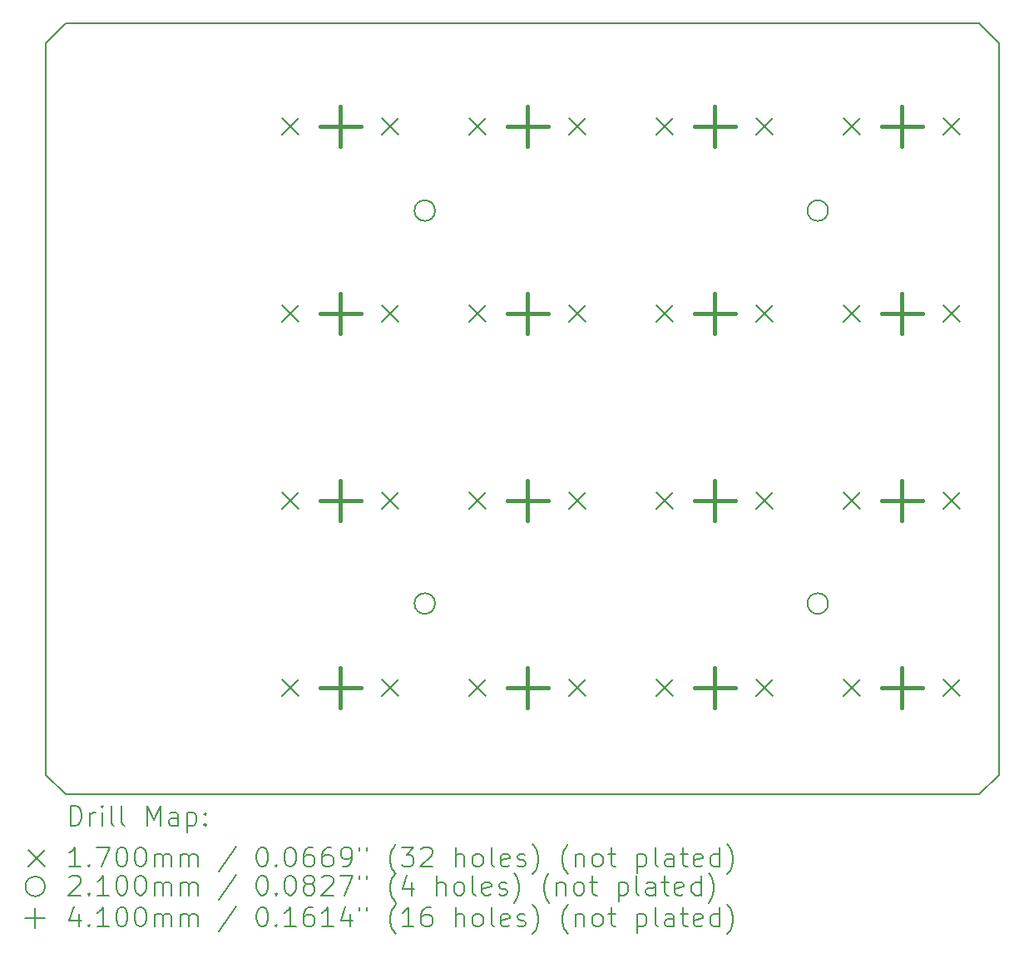
<source format=gbr>
%FSLAX45Y45*%
G04 Gerber Fmt 4.5, Leading zero omitted, Abs format (unit mm)*
G04 Created by KiCad (PCBNEW (6.0.1)) date 2022-02-09 09:53:43*
%MOMM*%
%LPD*%
G01*
G04 APERTURE LIST*
%TA.AperFunction,Profile*%
%ADD10C,0.152400*%
%TD*%
%ADD11C,0.200000*%
%ADD12C,0.170000*%
%ADD13C,0.210000*%
%ADD14C,0.410000*%
G04 APERTURE END LIST*
D10*
X19700110Y-6775360D02*
X19500110Y-6575360D01*
X10000110Y-6775360D02*
X10000110Y-14225360D01*
X10200110Y-6575360D02*
X10000110Y-6775360D01*
X10000110Y-14225360D02*
X10200110Y-14425360D01*
X19700110Y-14225360D02*
X19700110Y-6775360D01*
X19500110Y-14425360D02*
X19700110Y-14225360D01*
X19500110Y-6575360D02*
X10200110Y-6575360D01*
X10200110Y-14425360D02*
X19500110Y-14425360D01*
D11*
D12*
X12407110Y-7540360D02*
X12577110Y-7710360D01*
X12577110Y-7540360D02*
X12407110Y-7710360D01*
X12407110Y-9445360D02*
X12577110Y-9615360D01*
X12577110Y-9445360D02*
X12407110Y-9615360D01*
X12407110Y-11350360D02*
X12577110Y-11520360D01*
X12577110Y-11350360D02*
X12407110Y-11520360D01*
X12407110Y-13255720D02*
X12577110Y-13425720D01*
X12577110Y-13255720D02*
X12407110Y-13425720D01*
X13423110Y-7540360D02*
X13593110Y-7710360D01*
X13593110Y-7540360D02*
X13423110Y-7710360D01*
X13423110Y-9445360D02*
X13593110Y-9615360D01*
X13593110Y-9445360D02*
X13423110Y-9615360D01*
X13423110Y-11350360D02*
X13593110Y-11520360D01*
X13593110Y-11350360D02*
X13423110Y-11520360D01*
X13423110Y-13255720D02*
X13593110Y-13425720D01*
X13593110Y-13255720D02*
X13423110Y-13425720D01*
X14312110Y-7540360D02*
X14482110Y-7710360D01*
X14482110Y-7540360D02*
X14312110Y-7710360D01*
X14312110Y-9445360D02*
X14482110Y-9615360D01*
X14482110Y-9445360D02*
X14312110Y-9615360D01*
X14312110Y-11350360D02*
X14482110Y-11520360D01*
X14482110Y-11350360D02*
X14312110Y-11520360D01*
X14312110Y-13255360D02*
X14482110Y-13425360D01*
X14482110Y-13255360D02*
X14312110Y-13425360D01*
X15328110Y-7540360D02*
X15498110Y-7710360D01*
X15498110Y-7540360D02*
X15328110Y-7710360D01*
X15328110Y-9445360D02*
X15498110Y-9615360D01*
X15498110Y-9445360D02*
X15328110Y-9615360D01*
X15328110Y-11350360D02*
X15498110Y-11520360D01*
X15498110Y-11350360D02*
X15328110Y-11520360D01*
X15328110Y-13255360D02*
X15498110Y-13425360D01*
X15498110Y-13255360D02*
X15328110Y-13425360D01*
X16217110Y-7540360D02*
X16387110Y-7710360D01*
X16387110Y-7540360D02*
X16217110Y-7710360D01*
X16217110Y-9445360D02*
X16387110Y-9615360D01*
X16387110Y-9445360D02*
X16217110Y-9615360D01*
X16217110Y-11350360D02*
X16387110Y-11520360D01*
X16387110Y-11350360D02*
X16217110Y-11520360D01*
X16217110Y-13255360D02*
X16387110Y-13425360D01*
X16387110Y-13255360D02*
X16217110Y-13425360D01*
X17233110Y-7540360D02*
X17403110Y-7710360D01*
X17403110Y-7540360D02*
X17233110Y-7710360D01*
X17233110Y-9445360D02*
X17403110Y-9615360D01*
X17403110Y-9445360D02*
X17233110Y-9615360D01*
X17233110Y-11350360D02*
X17403110Y-11520360D01*
X17403110Y-11350360D02*
X17233110Y-11520360D01*
X17233110Y-13255360D02*
X17403110Y-13425360D01*
X17403110Y-13255360D02*
X17233110Y-13425360D01*
X18122110Y-7540360D02*
X18292110Y-7710360D01*
X18292110Y-7540360D02*
X18122110Y-7710360D01*
X18122110Y-9445360D02*
X18292110Y-9615360D01*
X18292110Y-9445360D02*
X18122110Y-9615360D01*
X18122110Y-11350360D02*
X18292110Y-11520360D01*
X18292110Y-11350360D02*
X18122110Y-11520360D01*
X18122110Y-13255720D02*
X18292110Y-13425720D01*
X18292110Y-13255720D02*
X18122110Y-13425720D01*
X19138110Y-7540360D02*
X19308110Y-7710360D01*
X19308110Y-7540360D02*
X19138110Y-7710360D01*
X19138110Y-9445360D02*
X19308110Y-9615360D01*
X19308110Y-9445360D02*
X19138110Y-9615360D01*
X19138110Y-11350360D02*
X19308110Y-11520360D01*
X19308110Y-11350360D02*
X19138110Y-11520360D01*
X19138110Y-13255720D02*
X19308110Y-13425720D01*
X19308110Y-13255720D02*
X19138110Y-13425720D01*
D13*
X13962610Y-8482860D02*
G75*
G03*
X13962610Y-8482860I-105000J0D01*
G01*
X13962610Y-12482860D02*
G75*
G03*
X13962610Y-12482860I-105000J0D01*
G01*
X17962610Y-8482860D02*
G75*
G03*
X17962610Y-8482860I-105000J0D01*
G01*
X17962610Y-12482860D02*
G75*
G03*
X17962610Y-12482860I-105000J0D01*
G01*
D14*
X13000110Y-7420360D02*
X13000110Y-7830360D01*
X12795110Y-7625360D02*
X13205110Y-7625360D01*
X13000110Y-9325360D02*
X13000110Y-9735360D01*
X12795110Y-9530360D02*
X13205110Y-9530360D01*
X13000110Y-11230360D02*
X13000110Y-11640360D01*
X12795110Y-11435360D02*
X13205110Y-11435360D01*
X13000110Y-13135720D02*
X13000110Y-13545720D01*
X12795110Y-13340720D02*
X13205110Y-13340720D01*
X14905110Y-7420360D02*
X14905110Y-7830360D01*
X14700110Y-7625360D02*
X15110110Y-7625360D01*
X14905110Y-9325360D02*
X14905110Y-9735360D01*
X14700110Y-9530360D02*
X15110110Y-9530360D01*
X14905110Y-11230360D02*
X14905110Y-11640360D01*
X14700110Y-11435360D02*
X15110110Y-11435360D01*
X14905110Y-13135360D02*
X14905110Y-13545360D01*
X14700110Y-13340360D02*
X15110110Y-13340360D01*
X16810110Y-7420360D02*
X16810110Y-7830360D01*
X16605110Y-7625360D02*
X17015110Y-7625360D01*
X16810110Y-9325360D02*
X16810110Y-9735360D01*
X16605110Y-9530360D02*
X17015110Y-9530360D01*
X16810110Y-11230360D02*
X16810110Y-11640360D01*
X16605110Y-11435360D02*
X17015110Y-11435360D01*
X16810110Y-13135360D02*
X16810110Y-13545360D01*
X16605110Y-13340360D02*
X17015110Y-13340360D01*
X18715110Y-7420360D02*
X18715110Y-7830360D01*
X18510110Y-7625360D02*
X18920110Y-7625360D01*
X18715110Y-9325360D02*
X18715110Y-9735360D01*
X18510110Y-9530360D02*
X18920110Y-9530360D01*
X18715110Y-11230360D02*
X18715110Y-11640360D01*
X18510110Y-11435360D02*
X18920110Y-11435360D01*
X18715110Y-13135720D02*
X18715110Y-13545720D01*
X18510110Y-13340720D02*
X18920110Y-13340720D01*
D11*
X10250109Y-14743456D02*
X10250109Y-14543456D01*
X10297728Y-14543456D01*
X10326300Y-14552980D01*
X10345347Y-14572028D01*
X10354871Y-14591075D01*
X10364395Y-14629170D01*
X10364395Y-14657742D01*
X10354871Y-14695837D01*
X10345347Y-14714885D01*
X10326300Y-14733932D01*
X10297728Y-14743456D01*
X10250109Y-14743456D01*
X10450109Y-14743456D02*
X10450109Y-14610123D01*
X10450109Y-14648218D02*
X10459633Y-14629170D01*
X10469157Y-14619647D01*
X10488204Y-14610123D01*
X10507252Y-14610123D01*
X10573919Y-14743456D02*
X10573919Y-14610123D01*
X10573919Y-14543456D02*
X10564395Y-14552980D01*
X10573919Y-14562504D01*
X10583442Y-14552980D01*
X10573919Y-14543456D01*
X10573919Y-14562504D01*
X10697728Y-14743456D02*
X10678680Y-14733932D01*
X10669157Y-14714885D01*
X10669157Y-14543456D01*
X10802490Y-14743456D02*
X10783442Y-14733932D01*
X10773919Y-14714885D01*
X10773919Y-14543456D01*
X11031061Y-14743456D02*
X11031061Y-14543456D01*
X11097728Y-14686313D01*
X11164395Y-14543456D01*
X11164395Y-14743456D01*
X11345347Y-14743456D02*
X11345347Y-14638694D01*
X11335823Y-14619647D01*
X11316776Y-14610123D01*
X11278680Y-14610123D01*
X11259633Y-14619647D01*
X11345347Y-14733932D02*
X11326299Y-14743456D01*
X11278680Y-14743456D01*
X11259633Y-14733932D01*
X11250109Y-14714885D01*
X11250109Y-14695837D01*
X11259633Y-14676789D01*
X11278680Y-14667266D01*
X11326299Y-14667266D01*
X11345347Y-14657742D01*
X11440585Y-14610123D02*
X11440585Y-14810123D01*
X11440585Y-14619647D02*
X11459633Y-14610123D01*
X11497728Y-14610123D01*
X11516776Y-14619647D01*
X11526299Y-14629170D01*
X11535823Y-14648218D01*
X11535823Y-14705361D01*
X11526299Y-14724408D01*
X11516776Y-14733932D01*
X11497728Y-14743456D01*
X11459633Y-14743456D01*
X11440585Y-14733932D01*
X11621538Y-14724408D02*
X11631061Y-14733932D01*
X11621538Y-14743456D01*
X11612014Y-14733932D01*
X11621538Y-14724408D01*
X11621538Y-14743456D01*
X11621538Y-14619647D02*
X11631061Y-14629170D01*
X11621538Y-14638694D01*
X11612014Y-14629170D01*
X11621538Y-14619647D01*
X11621538Y-14638694D01*
D12*
X9822490Y-14987980D02*
X9992490Y-15157980D01*
X9992490Y-14987980D02*
X9822490Y-15157980D01*
D11*
X10354871Y-15163456D02*
X10240585Y-15163456D01*
X10297728Y-15163456D02*
X10297728Y-14963456D01*
X10278680Y-14992028D01*
X10259633Y-15011075D01*
X10240585Y-15020599D01*
X10440585Y-15144408D02*
X10450109Y-15153932D01*
X10440585Y-15163456D01*
X10431061Y-15153932D01*
X10440585Y-15144408D01*
X10440585Y-15163456D01*
X10516776Y-14963456D02*
X10650109Y-14963456D01*
X10564395Y-15163456D01*
X10764395Y-14963456D02*
X10783442Y-14963456D01*
X10802490Y-14972980D01*
X10812014Y-14982504D01*
X10821538Y-15001551D01*
X10831061Y-15039647D01*
X10831061Y-15087266D01*
X10821538Y-15125361D01*
X10812014Y-15144408D01*
X10802490Y-15153932D01*
X10783442Y-15163456D01*
X10764395Y-15163456D01*
X10745347Y-15153932D01*
X10735823Y-15144408D01*
X10726300Y-15125361D01*
X10716776Y-15087266D01*
X10716776Y-15039647D01*
X10726300Y-15001551D01*
X10735823Y-14982504D01*
X10745347Y-14972980D01*
X10764395Y-14963456D01*
X10954871Y-14963456D02*
X10973919Y-14963456D01*
X10992966Y-14972980D01*
X11002490Y-14982504D01*
X11012014Y-15001551D01*
X11021538Y-15039647D01*
X11021538Y-15087266D01*
X11012014Y-15125361D01*
X11002490Y-15144408D01*
X10992966Y-15153932D01*
X10973919Y-15163456D01*
X10954871Y-15163456D01*
X10935823Y-15153932D01*
X10926300Y-15144408D01*
X10916776Y-15125361D01*
X10907252Y-15087266D01*
X10907252Y-15039647D01*
X10916776Y-15001551D01*
X10926300Y-14982504D01*
X10935823Y-14972980D01*
X10954871Y-14963456D01*
X11107252Y-15163456D02*
X11107252Y-15030123D01*
X11107252Y-15049170D02*
X11116776Y-15039647D01*
X11135823Y-15030123D01*
X11164395Y-15030123D01*
X11183442Y-15039647D01*
X11192966Y-15058694D01*
X11192966Y-15163456D01*
X11192966Y-15058694D02*
X11202490Y-15039647D01*
X11221538Y-15030123D01*
X11250109Y-15030123D01*
X11269157Y-15039647D01*
X11278680Y-15058694D01*
X11278680Y-15163456D01*
X11373918Y-15163456D02*
X11373918Y-15030123D01*
X11373918Y-15049170D02*
X11383442Y-15039647D01*
X11402490Y-15030123D01*
X11431061Y-15030123D01*
X11450109Y-15039647D01*
X11459633Y-15058694D01*
X11459633Y-15163456D01*
X11459633Y-15058694D02*
X11469157Y-15039647D01*
X11488204Y-15030123D01*
X11516776Y-15030123D01*
X11535823Y-15039647D01*
X11545347Y-15058694D01*
X11545347Y-15163456D01*
X11935823Y-14953932D02*
X11764395Y-15211075D01*
X12192966Y-14963456D02*
X12212014Y-14963456D01*
X12231061Y-14972980D01*
X12240585Y-14982504D01*
X12250109Y-15001551D01*
X12259633Y-15039647D01*
X12259633Y-15087266D01*
X12250109Y-15125361D01*
X12240585Y-15144408D01*
X12231061Y-15153932D01*
X12212014Y-15163456D01*
X12192966Y-15163456D01*
X12173918Y-15153932D01*
X12164395Y-15144408D01*
X12154871Y-15125361D01*
X12145347Y-15087266D01*
X12145347Y-15039647D01*
X12154871Y-15001551D01*
X12164395Y-14982504D01*
X12173918Y-14972980D01*
X12192966Y-14963456D01*
X12345347Y-15144408D02*
X12354871Y-15153932D01*
X12345347Y-15163456D01*
X12335823Y-15153932D01*
X12345347Y-15144408D01*
X12345347Y-15163456D01*
X12478680Y-14963456D02*
X12497728Y-14963456D01*
X12516776Y-14972980D01*
X12526299Y-14982504D01*
X12535823Y-15001551D01*
X12545347Y-15039647D01*
X12545347Y-15087266D01*
X12535823Y-15125361D01*
X12526299Y-15144408D01*
X12516776Y-15153932D01*
X12497728Y-15163456D01*
X12478680Y-15163456D01*
X12459633Y-15153932D01*
X12450109Y-15144408D01*
X12440585Y-15125361D01*
X12431061Y-15087266D01*
X12431061Y-15039647D01*
X12440585Y-15001551D01*
X12450109Y-14982504D01*
X12459633Y-14972980D01*
X12478680Y-14963456D01*
X12716776Y-14963456D02*
X12678680Y-14963456D01*
X12659633Y-14972980D01*
X12650109Y-14982504D01*
X12631061Y-15011075D01*
X12621538Y-15049170D01*
X12621538Y-15125361D01*
X12631061Y-15144408D01*
X12640585Y-15153932D01*
X12659633Y-15163456D01*
X12697728Y-15163456D01*
X12716776Y-15153932D01*
X12726299Y-15144408D01*
X12735823Y-15125361D01*
X12735823Y-15077742D01*
X12726299Y-15058694D01*
X12716776Y-15049170D01*
X12697728Y-15039647D01*
X12659633Y-15039647D01*
X12640585Y-15049170D01*
X12631061Y-15058694D01*
X12621538Y-15077742D01*
X12907252Y-14963456D02*
X12869157Y-14963456D01*
X12850109Y-14972980D01*
X12840585Y-14982504D01*
X12821538Y-15011075D01*
X12812014Y-15049170D01*
X12812014Y-15125361D01*
X12821538Y-15144408D01*
X12831061Y-15153932D01*
X12850109Y-15163456D01*
X12888204Y-15163456D01*
X12907252Y-15153932D01*
X12916776Y-15144408D01*
X12926299Y-15125361D01*
X12926299Y-15077742D01*
X12916776Y-15058694D01*
X12907252Y-15049170D01*
X12888204Y-15039647D01*
X12850109Y-15039647D01*
X12831061Y-15049170D01*
X12821538Y-15058694D01*
X12812014Y-15077742D01*
X13021538Y-15163456D02*
X13059633Y-15163456D01*
X13078680Y-15153932D01*
X13088204Y-15144408D01*
X13107252Y-15115837D01*
X13116776Y-15077742D01*
X13116776Y-15001551D01*
X13107252Y-14982504D01*
X13097728Y-14972980D01*
X13078680Y-14963456D01*
X13040585Y-14963456D01*
X13021538Y-14972980D01*
X13012014Y-14982504D01*
X13002490Y-15001551D01*
X13002490Y-15049170D01*
X13012014Y-15068218D01*
X13021538Y-15077742D01*
X13040585Y-15087266D01*
X13078680Y-15087266D01*
X13097728Y-15077742D01*
X13107252Y-15068218D01*
X13116776Y-15049170D01*
X13192966Y-14963456D02*
X13192966Y-15001551D01*
X13269157Y-14963456D02*
X13269157Y-15001551D01*
X13564395Y-15239647D02*
X13554871Y-15230123D01*
X13535823Y-15201551D01*
X13526299Y-15182504D01*
X13516776Y-15153932D01*
X13507252Y-15106313D01*
X13507252Y-15068218D01*
X13516776Y-15020599D01*
X13526299Y-14992028D01*
X13535823Y-14972980D01*
X13554871Y-14944408D01*
X13564395Y-14934885D01*
X13621538Y-14963456D02*
X13745347Y-14963456D01*
X13678680Y-15039647D01*
X13707252Y-15039647D01*
X13726299Y-15049170D01*
X13735823Y-15058694D01*
X13745347Y-15077742D01*
X13745347Y-15125361D01*
X13735823Y-15144408D01*
X13726299Y-15153932D01*
X13707252Y-15163456D01*
X13650109Y-15163456D01*
X13631061Y-15153932D01*
X13621538Y-15144408D01*
X13821538Y-14982504D02*
X13831061Y-14972980D01*
X13850109Y-14963456D01*
X13897728Y-14963456D01*
X13916776Y-14972980D01*
X13926299Y-14982504D01*
X13935823Y-15001551D01*
X13935823Y-15020599D01*
X13926299Y-15049170D01*
X13812014Y-15163456D01*
X13935823Y-15163456D01*
X14173918Y-15163456D02*
X14173918Y-14963456D01*
X14259633Y-15163456D02*
X14259633Y-15058694D01*
X14250109Y-15039647D01*
X14231061Y-15030123D01*
X14202490Y-15030123D01*
X14183442Y-15039647D01*
X14173918Y-15049170D01*
X14383442Y-15163456D02*
X14364395Y-15153932D01*
X14354871Y-15144408D01*
X14345347Y-15125361D01*
X14345347Y-15068218D01*
X14354871Y-15049170D01*
X14364395Y-15039647D01*
X14383442Y-15030123D01*
X14412014Y-15030123D01*
X14431061Y-15039647D01*
X14440585Y-15049170D01*
X14450109Y-15068218D01*
X14450109Y-15125361D01*
X14440585Y-15144408D01*
X14431061Y-15153932D01*
X14412014Y-15163456D01*
X14383442Y-15163456D01*
X14564395Y-15163456D02*
X14545347Y-15153932D01*
X14535823Y-15134885D01*
X14535823Y-14963456D01*
X14716776Y-15153932D02*
X14697728Y-15163456D01*
X14659633Y-15163456D01*
X14640585Y-15153932D01*
X14631061Y-15134885D01*
X14631061Y-15058694D01*
X14640585Y-15039647D01*
X14659633Y-15030123D01*
X14697728Y-15030123D01*
X14716776Y-15039647D01*
X14726299Y-15058694D01*
X14726299Y-15077742D01*
X14631061Y-15096789D01*
X14802490Y-15153932D02*
X14821538Y-15163456D01*
X14859633Y-15163456D01*
X14878680Y-15153932D01*
X14888204Y-15134885D01*
X14888204Y-15125361D01*
X14878680Y-15106313D01*
X14859633Y-15096789D01*
X14831061Y-15096789D01*
X14812014Y-15087266D01*
X14802490Y-15068218D01*
X14802490Y-15058694D01*
X14812014Y-15039647D01*
X14831061Y-15030123D01*
X14859633Y-15030123D01*
X14878680Y-15039647D01*
X14954871Y-15239647D02*
X14964395Y-15230123D01*
X14983442Y-15201551D01*
X14992966Y-15182504D01*
X15002490Y-15153932D01*
X15012014Y-15106313D01*
X15012014Y-15068218D01*
X15002490Y-15020599D01*
X14992966Y-14992028D01*
X14983442Y-14972980D01*
X14964395Y-14944408D01*
X14954871Y-14934885D01*
X15316776Y-15239647D02*
X15307252Y-15230123D01*
X15288204Y-15201551D01*
X15278680Y-15182504D01*
X15269157Y-15153932D01*
X15259633Y-15106313D01*
X15259633Y-15068218D01*
X15269157Y-15020599D01*
X15278680Y-14992028D01*
X15288204Y-14972980D01*
X15307252Y-14944408D01*
X15316776Y-14934885D01*
X15392966Y-15030123D02*
X15392966Y-15163456D01*
X15392966Y-15049170D02*
X15402490Y-15039647D01*
X15421538Y-15030123D01*
X15450109Y-15030123D01*
X15469157Y-15039647D01*
X15478680Y-15058694D01*
X15478680Y-15163456D01*
X15602490Y-15163456D02*
X15583442Y-15153932D01*
X15573918Y-15144408D01*
X15564395Y-15125361D01*
X15564395Y-15068218D01*
X15573918Y-15049170D01*
X15583442Y-15039647D01*
X15602490Y-15030123D01*
X15631061Y-15030123D01*
X15650109Y-15039647D01*
X15659633Y-15049170D01*
X15669157Y-15068218D01*
X15669157Y-15125361D01*
X15659633Y-15144408D01*
X15650109Y-15153932D01*
X15631061Y-15163456D01*
X15602490Y-15163456D01*
X15726299Y-15030123D02*
X15802490Y-15030123D01*
X15754871Y-14963456D02*
X15754871Y-15134885D01*
X15764395Y-15153932D01*
X15783442Y-15163456D01*
X15802490Y-15163456D01*
X16021538Y-15030123D02*
X16021538Y-15230123D01*
X16021538Y-15039647D02*
X16040585Y-15030123D01*
X16078680Y-15030123D01*
X16097728Y-15039647D01*
X16107252Y-15049170D01*
X16116776Y-15068218D01*
X16116776Y-15125361D01*
X16107252Y-15144408D01*
X16097728Y-15153932D01*
X16078680Y-15163456D01*
X16040585Y-15163456D01*
X16021538Y-15153932D01*
X16231061Y-15163456D02*
X16212014Y-15153932D01*
X16202490Y-15134885D01*
X16202490Y-14963456D01*
X16392966Y-15163456D02*
X16392966Y-15058694D01*
X16383442Y-15039647D01*
X16364395Y-15030123D01*
X16326299Y-15030123D01*
X16307252Y-15039647D01*
X16392966Y-15153932D02*
X16373918Y-15163456D01*
X16326299Y-15163456D01*
X16307252Y-15153932D01*
X16297728Y-15134885D01*
X16297728Y-15115837D01*
X16307252Y-15096789D01*
X16326299Y-15087266D01*
X16373918Y-15087266D01*
X16392966Y-15077742D01*
X16459633Y-15030123D02*
X16535823Y-15030123D01*
X16488204Y-14963456D02*
X16488204Y-15134885D01*
X16497728Y-15153932D01*
X16516776Y-15163456D01*
X16535823Y-15163456D01*
X16678680Y-15153932D02*
X16659633Y-15163456D01*
X16621538Y-15163456D01*
X16602490Y-15153932D01*
X16592966Y-15134885D01*
X16592966Y-15058694D01*
X16602490Y-15039647D01*
X16621538Y-15030123D01*
X16659633Y-15030123D01*
X16678680Y-15039647D01*
X16688204Y-15058694D01*
X16688204Y-15077742D01*
X16592966Y-15096789D01*
X16859633Y-15163456D02*
X16859633Y-14963456D01*
X16859633Y-15153932D02*
X16840585Y-15163456D01*
X16802490Y-15163456D01*
X16783442Y-15153932D01*
X16773918Y-15144408D01*
X16764395Y-15125361D01*
X16764395Y-15068218D01*
X16773918Y-15049170D01*
X16783442Y-15039647D01*
X16802490Y-15030123D01*
X16840585Y-15030123D01*
X16859633Y-15039647D01*
X16935823Y-15239647D02*
X16945347Y-15230123D01*
X16964395Y-15201551D01*
X16973919Y-15182504D01*
X16983442Y-15153932D01*
X16992966Y-15106313D01*
X16992966Y-15068218D01*
X16983442Y-15020599D01*
X16973919Y-14992028D01*
X16964395Y-14972980D01*
X16945347Y-14944408D01*
X16935823Y-14934885D01*
X9992490Y-15362980D02*
G75*
G03*
X9992490Y-15362980I-100000J0D01*
G01*
X10240585Y-15272504D02*
X10250109Y-15262980D01*
X10269157Y-15253456D01*
X10316776Y-15253456D01*
X10335823Y-15262980D01*
X10345347Y-15272504D01*
X10354871Y-15291551D01*
X10354871Y-15310599D01*
X10345347Y-15339170D01*
X10231061Y-15453456D01*
X10354871Y-15453456D01*
X10440585Y-15434408D02*
X10450109Y-15443932D01*
X10440585Y-15453456D01*
X10431061Y-15443932D01*
X10440585Y-15434408D01*
X10440585Y-15453456D01*
X10640585Y-15453456D02*
X10526300Y-15453456D01*
X10583442Y-15453456D02*
X10583442Y-15253456D01*
X10564395Y-15282028D01*
X10545347Y-15301075D01*
X10526300Y-15310599D01*
X10764395Y-15253456D02*
X10783442Y-15253456D01*
X10802490Y-15262980D01*
X10812014Y-15272504D01*
X10821538Y-15291551D01*
X10831061Y-15329647D01*
X10831061Y-15377266D01*
X10821538Y-15415361D01*
X10812014Y-15434408D01*
X10802490Y-15443932D01*
X10783442Y-15453456D01*
X10764395Y-15453456D01*
X10745347Y-15443932D01*
X10735823Y-15434408D01*
X10726300Y-15415361D01*
X10716776Y-15377266D01*
X10716776Y-15329647D01*
X10726300Y-15291551D01*
X10735823Y-15272504D01*
X10745347Y-15262980D01*
X10764395Y-15253456D01*
X10954871Y-15253456D02*
X10973919Y-15253456D01*
X10992966Y-15262980D01*
X11002490Y-15272504D01*
X11012014Y-15291551D01*
X11021538Y-15329647D01*
X11021538Y-15377266D01*
X11012014Y-15415361D01*
X11002490Y-15434408D01*
X10992966Y-15443932D01*
X10973919Y-15453456D01*
X10954871Y-15453456D01*
X10935823Y-15443932D01*
X10926300Y-15434408D01*
X10916776Y-15415361D01*
X10907252Y-15377266D01*
X10907252Y-15329647D01*
X10916776Y-15291551D01*
X10926300Y-15272504D01*
X10935823Y-15262980D01*
X10954871Y-15253456D01*
X11107252Y-15453456D02*
X11107252Y-15320123D01*
X11107252Y-15339170D02*
X11116776Y-15329647D01*
X11135823Y-15320123D01*
X11164395Y-15320123D01*
X11183442Y-15329647D01*
X11192966Y-15348694D01*
X11192966Y-15453456D01*
X11192966Y-15348694D02*
X11202490Y-15329647D01*
X11221538Y-15320123D01*
X11250109Y-15320123D01*
X11269157Y-15329647D01*
X11278680Y-15348694D01*
X11278680Y-15453456D01*
X11373918Y-15453456D02*
X11373918Y-15320123D01*
X11373918Y-15339170D02*
X11383442Y-15329647D01*
X11402490Y-15320123D01*
X11431061Y-15320123D01*
X11450109Y-15329647D01*
X11459633Y-15348694D01*
X11459633Y-15453456D01*
X11459633Y-15348694D02*
X11469157Y-15329647D01*
X11488204Y-15320123D01*
X11516776Y-15320123D01*
X11535823Y-15329647D01*
X11545347Y-15348694D01*
X11545347Y-15453456D01*
X11935823Y-15243932D02*
X11764395Y-15501075D01*
X12192966Y-15253456D02*
X12212014Y-15253456D01*
X12231061Y-15262980D01*
X12240585Y-15272504D01*
X12250109Y-15291551D01*
X12259633Y-15329647D01*
X12259633Y-15377266D01*
X12250109Y-15415361D01*
X12240585Y-15434408D01*
X12231061Y-15443932D01*
X12212014Y-15453456D01*
X12192966Y-15453456D01*
X12173918Y-15443932D01*
X12164395Y-15434408D01*
X12154871Y-15415361D01*
X12145347Y-15377266D01*
X12145347Y-15329647D01*
X12154871Y-15291551D01*
X12164395Y-15272504D01*
X12173918Y-15262980D01*
X12192966Y-15253456D01*
X12345347Y-15434408D02*
X12354871Y-15443932D01*
X12345347Y-15453456D01*
X12335823Y-15443932D01*
X12345347Y-15434408D01*
X12345347Y-15453456D01*
X12478680Y-15253456D02*
X12497728Y-15253456D01*
X12516776Y-15262980D01*
X12526299Y-15272504D01*
X12535823Y-15291551D01*
X12545347Y-15329647D01*
X12545347Y-15377266D01*
X12535823Y-15415361D01*
X12526299Y-15434408D01*
X12516776Y-15443932D01*
X12497728Y-15453456D01*
X12478680Y-15453456D01*
X12459633Y-15443932D01*
X12450109Y-15434408D01*
X12440585Y-15415361D01*
X12431061Y-15377266D01*
X12431061Y-15329647D01*
X12440585Y-15291551D01*
X12450109Y-15272504D01*
X12459633Y-15262980D01*
X12478680Y-15253456D01*
X12659633Y-15339170D02*
X12640585Y-15329647D01*
X12631061Y-15320123D01*
X12621538Y-15301075D01*
X12621538Y-15291551D01*
X12631061Y-15272504D01*
X12640585Y-15262980D01*
X12659633Y-15253456D01*
X12697728Y-15253456D01*
X12716776Y-15262980D01*
X12726299Y-15272504D01*
X12735823Y-15291551D01*
X12735823Y-15301075D01*
X12726299Y-15320123D01*
X12716776Y-15329647D01*
X12697728Y-15339170D01*
X12659633Y-15339170D01*
X12640585Y-15348694D01*
X12631061Y-15358218D01*
X12621538Y-15377266D01*
X12621538Y-15415361D01*
X12631061Y-15434408D01*
X12640585Y-15443932D01*
X12659633Y-15453456D01*
X12697728Y-15453456D01*
X12716776Y-15443932D01*
X12726299Y-15434408D01*
X12735823Y-15415361D01*
X12735823Y-15377266D01*
X12726299Y-15358218D01*
X12716776Y-15348694D01*
X12697728Y-15339170D01*
X12812014Y-15272504D02*
X12821538Y-15262980D01*
X12840585Y-15253456D01*
X12888204Y-15253456D01*
X12907252Y-15262980D01*
X12916776Y-15272504D01*
X12926299Y-15291551D01*
X12926299Y-15310599D01*
X12916776Y-15339170D01*
X12802490Y-15453456D01*
X12926299Y-15453456D01*
X12992966Y-15253456D02*
X13126299Y-15253456D01*
X13040585Y-15453456D01*
X13192966Y-15253456D02*
X13192966Y-15291551D01*
X13269157Y-15253456D02*
X13269157Y-15291551D01*
X13564395Y-15529647D02*
X13554871Y-15520123D01*
X13535823Y-15491551D01*
X13526299Y-15472504D01*
X13516776Y-15443932D01*
X13507252Y-15396313D01*
X13507252Y-15358218D01*
X13516776Y-15310599D01*
X13526299Y-15282028D01*
X13535823Y-15262980D01*
X13554871Y-15234408D01*
X13564395Y-15224885D01*
X13726299Y-15320123D02*
X13726299Y-15453456D01*
X13678680Y-15243932D02*
X13631061Y-15386789D01*
X13754871Y-15386789D01*
X13983442Y-15453456D02*
X13983442Y-15253456D01*
X14069157Y-15453456D02*
X14069157Y-15348694D01*
X14059633Y-15329647D01*
X14040585Y-15320123D01*
X14012014Y-15320123D01*
X13992966Y-15329647D01*
X13983442Y-15339170D01*
X14192966Y-15453456D02*
X14173918Y-15443932D01*
X14164395Y-15434408D01*
X14154871Y-15415361D01*
X14154871Y-15358218D01*
X14164395Y-15339170D01*
X14173918Y-15329647D01*
X14192966Y-15320123D01*
X14221538Y-15320123D01*
X14240585Y-15329647D01*
X14250109Y-15339170D01*
X14259633Y-15358218D01*
X14259633Y-15415361D01*
X14250109Y-15434408D01*
X14240585Y-15443932D01*
X14221538Y-15453456D01*
X14192966Y-15453456D01*
X14373918Y-15453456D02*
X14354871Y-15443932D01*
X14345347Y-15424885D01*
X14345347Y-15253456D01*
X14526299Y-15443932D02*
X14507252Y-15453456D01*
X14469157Y-15453456D01*
X14450109Y-15443932D01*
X14440585Y-15424885D01*
X14440585Y-15348694D01*
X14450109Y-15329647D01*
X14469157Y-15320123D01*
X14507252Y-15320123D01*
X14526299Y-15329647D01*
X14535823Y-15348694D01*
X14535823Y-15367742D01*
X14440585Y-15386789D01*
X14612014Y-15443932D02*
X14631061Y-15453456D01*
X14669157Y-15453456D01*
X14688204Y-15443932D01*
X14697728Y-15424885D01*
X14697728Y-15415361D01*
X14688204Y-15396313D01*
X14669157Y-15386789D01*
X14640585Y-15386789D01*
X14621538Y-15377266D01*
X14612014Y-15358218D01*
X14612014Y-15348694D01*
X14621538Y-15329647D01*
X14640585Y-15320123D01*
X14669157Y-15320123D01*
X14688204Y-15329647D01*
X14764395Y-15529647D02*
X14773918Y-15520123D01*
X14792966Y-15491551D01*
X14802490Y-15472504D01*
X14812014Y-15443932D01*
X14821538Y-15396313D01*
X14821538Y-15358218D01*
X14812014Y-15310599D01*
X14802490Y-15282028D01*
X14792966Y-15262980D01*
X14773918Y-15234408D01*
X14764395Y-15224885D01*
X15126299Y-15529647D02*
X15116776Y-15520123D01*
X15097728Y-15491551D01*
X15088204Y-15472504D01*
X15078680Y-15443932D01*
X15069157Y-15396313D01*
X15069157Y-15358218D01*
X15078680Y-15310599D01*
X15088204Y-15282028D01*
X15097728Y-15262980D01*
X15116776Y-15234408D01*
X15126299Y-15224885D01*
X15202490Y-15320123D02*
X15202490Y-15453456D01*
X15202490Y-15339170D02*
X15212014Y-15329647D01*
X15231061Y-15320123D01*
X15259633Y-15320123D01*
X15278680Y-15329647D01*
X15288204Y-15348694D01*
X15288204Y-15453456D01*
X15412014Y-15453456D02*
X15392966Y-15443932D01*
X15383442Y-15434408D01*
X15373918Y-15415361D01*
X15373918Y-15358218D01*
X15383442Y-15339170D01*
X15392966Y-15329647D01*
X15412014Y-15320123D01*
X15440585Y-15320123D01*
X15459633Y-15329647D01*
X15469157Y-15339170D01*
X15478680Y-15358218D01*
X15478680Y-15415361D01*
X15469157Y-15434408D01*
X15459633Y-15443932D01*
X15440585Y-15453456D01*
X15412014Y-15453456D01*
X15535823Y-15320123D02*
X15612014Y-15320123D01*
X15564395Y-15253456D02*
X15564395Y-15424885D01*
X15573918Y-15443932D01*
X15592966Y-15453456D01*
X15612014Y-15453456D01*
X15831061Y-15320123D02*
X15831061Y-15520123D01*
X15831061Y-15329647D02*
X15850109Y-15320123D01*
X15888204Y-15320123D01*
X15907252Y-15329647D01*
X15916776Y-15339170D01*
X15926299Y-15358218D01*
X15926299Y-15415361D01*
X15916776Y-15434408D01*
X15907252Y-15443932D01*
X15888204Y-15453456D01*
X15850109Y-15453456D01*
X15831061Y-15443932D01*
X16040585Y-15453456D02*
X16021538Y-15443932D01*
X16012014Y-15424885D01*
X16012014Y-15253456D01*
X16202490Y-15453456D02*
X16202490Y-15348694D01*
X16192966Y-15329647D01*
X16173918Y-15320123D01*
X16135823Y-15320123D01*
X16116776Y-15329647D01*
X16202490Y-15443932D02*
X16183442Y-15453456D01*
X16135823Y-15453456D01*
X16116776Y-15443932D01*
X16107252Y-15424885D01*
X16107252Y-15405837D01*
X16116776Y-15386789D01*
X16135823Y-15377266D01*
X16183442Y-15377266D01*
X16202490Y-15367742D01*
X16269157Y-15320123D02*
X16345347Y-15320123D01*
X16297728Y-15253456D02*
X16297728Y-15424885D01*
X16307252Y-15443932D01*
X16326299Y-15453456D01*
X16345347Y-15453456D01*
X16488204Y-15443932D02*
X16469157Y-15453456D01*
X16431061Y-15453456D01*
X16412014Y-15443932D01*
X16402490Y-15424885D01*
X16402490Y-15348694D01*
X16412014Y-15329647D01*
X16431061Y-15320123D01*
X16469157Y-15320123D01*
X16488204Y-15329647D01*
X16497728Y-15348694D01*
X16497728Y-15367742D01*
X16402490Y-15386789D01*
X16669157Y-15453456D02*
X16669157Y-15253456D01*
X16669157Y-15443932D02*
X16650109Y-15453456D01*
X16612014Y-15453456D01*
X16592966Y-15443932D01*
X16583442Y-15434408D01*
X16573918Y-15415361D01*
X16573918Y-15358218D01*
X16583442Y-15339170D01*
X16592966Y-15329647D01*
X16612014Y-15320123D01*
X16650109Y-15320123D01*
X16669157Y-15329647D01*
X16745347Y-15529647D02*
X16754871Y-15520123D01*
X16773918Y-15491551D01*
X16783442Y-15472504D01*
X16792966Y-15443932D01*
X16802490Y-15396313D01*
X16802490Y-15358218D01*
X16792966Y-15310599D01*
X16783442Y-15282028D01*
X16773918Y-15262980D01*
X16754871Y-15234408D01*
X16745347Y-15224885D01*
X9892490Y-15582980D02*
X9892490Y-15782980D01*
X9792490Y-15682980D02*
X9992490Y-15682980D01*
X10335823Y-15640123D02*
X10335823Y-15773456D01*
X10288204Y-15563932D02*
X10240585Y-15706789D01*
X10364395Y-15706789D01*
X10440585Y-15754408D02*
X10450109Y-15763932D01*
X10440585Y-15773456D01*
X10431061Y-15763932D01*
X10440585Y-15754408D01*
X10440585Y-15773456D01*
X10640585Y-15773456D02*
X10526300Y-15773456D01*
X10583442Y-15773456D02*
X10583442Y-15573456D01*
X10564395Y-15602028D01*
X10545347Y-15621075D01*
X10526300Y-15630599D01*
X10764395Y-15573456D02*
X10783442Y-15573456D01*
X10802490Y-15582980D01*
X10812014Y-15592504D01*
X10821538Y-15611551D01*
X10831061Y-15649647D01*
X10831061Y-15697266D01*
X10821538Y-15735361D01*
X10812014Y-15754408D01*
X10802490Y-15763932D01*
X10783442Y-15773456D01*
X10764395Y-15773456D01*
X10745347Y-15763932D01*
X10735823Y-15754408D01*
X10726300Y-15735361D01*
X10716776Y-15697266D01*
X10716776Y-15649647D01*
X10726300Y-15611551D01*
X10735823Y-15592504D01*
X10745347Y-15582980D01*
X10764395Y-15573456D01*
X10954871Y-15573456D02*
X10973919Y-15573456D01*
X10992966Y-15582980D01*
X11002490Y-15592504D01*
X11012014Y-15611551D01*
X11021538Y-15649647D01*
X11021538Y-15697266D01*
X11012014Y-15735361D01*
X11002490Y-15754408D01*
X10992966Y-15763932D01*
X10973919Y-15773456D01*
X10954871Y-15773456D01*
X10935823Y-15763932D01*
X10926300Y-15754408D01*
X10916776Y-15735361D01*
X10907252Y-15697266D01*
X10907252Y-15649647D01*
X10916776Y-15611551D01*
X10926300Y-15592504D01*
X10935823Y-15582980D01*
X10954871Y-15573456D01*
X11107252Y-15773456D02*
X11107252Y-15640123D01*
X11107252Y-15659170D02*
X11116776Y-15649647D01*
X11135823Y-15640123D01*
X11164395Y-15640123D01*
X11183442Y-15649647D01*
X11192966Y-15668694D01*
X11192966Y-15773456D01*
X11192966Y-15668694D02*
X11202490Y-15649647D01*
X11221538Y-15640123D01*
X11250109Y-15640123D01*
X11269157Y-15649647D01*
X11278680Y-15668694D01*
X11278680Y-15773456D01*
X11373918Y-15773456D02*
X11373918Y-15640123D01*
X11373918Y-15659170D02*
X11383442Y-15649647D01*
X11402490Y-15640123D01*
X11431061Y-15640123D01*
X11450109Y-15649647D01*
X11459633Y-15668694D01*
X11459633Y-15773456D01*
X11459633Y-15668694D02*
X11469157Y-15649647D01*
X11488204Y-15640123D01*
X11516776Y-15640123D01*
X11535823Y-15649647D01*
X11545347Y-15668694D01*
X11545347Y-15773456D01*
X11935823Y-15563932D02*
X11764395Y-15821075D01*
X12192966Y-15573456D02*
X12212014Y-15573456D01*
X12231061Y-15582980D01*
X12240585Y-15592504D01*
X12250109Y-15611551D01*
X12259633Y-15649647D01*
X12259633Y-15697266D01*
X12250109Y-15735361D01*
X12240585Y-15754408D01*
X12231061Y-15763932D01*
X12212014Y-15773456D01*
X12192966Y-15773456D01*
X12173918Y-15763932D01*
X12164395Y-15754408D01*
X12154871Y-15735361D01*
X12145347Y-15697266D01*
X12145347Y-15649647D01*
X12154871Y-15611551D01*
X12164395Y-15592504D01*
X12173918Y-15582980D01*
X12192966Y-15573456D01*
X12345347Y-15754408D02*
X12354871Y-15763932D01*
X12345347Y-15773456D01*
X12335823Y-15763932D01*
X12345347Y-15754408D01*
X12345347Y-15773456D01*
X12545347Y-15773456D02*
X12431061Y-15773456D01*
X12488204Y-15773456D02*
X12488204Y-15573456D01*
X12469157Y-15602028D01*
X12450109Y-15621075D01*
X12431061Y-15630599D01*
X12716776Y-15573456D02*
X12678680Y-15573456D01*
X12659633Y-15582980D01*
X12650109Y-15592504D01*
X12631061Y-15621075D01*
X12621538Y-15659170D01*
X12621538Y-15735361D01*
X12631061Y-15754408D01*
X12640585Y-15763932D01*
X12659633Y-15773456D01*
X12697728Y-15773456D01*
X12716776Y-15763932D01*
X12726299Y-15754408D01*
X12735823Y-15735361D01*
X12735823Y-15687742D01*
X12726299Y-15668694D01*
X12716776Y-15659170D01*
X12697728Y-15649647D01*
X12659633Y-15649647D01*
X12640585Y-15659170D01*
X12631061Y-15668694D01*
X12621538Y-15687742D01*
X12926299Y-15773456D02*
X12812014Y-15773456D01*
X12869157Y-15773456D02*
X12869157Y-15573456D01*
X12850109Y-15602028D01*
X12831061Y-15621075D01*
X12812014Y-15630599D01*
X13097728Y-15640123D02*
X13097728Y-15773456D01*
X13050109Y-15563932D02*
X13002490Y-15706789D01*
X13126299Y-15706789D01*
X13192966Y-15573456D02*
X13192966Y-15611551D01*
X13269157Y-15573456D02*
X13269157Y-15611551D01*
X13564395Y-15849647D02*
X13554871Y-15840123D01*
X13535823Y-15811551D01*
X13526299Y-15792504D01*
X13516776Y-15763932D01*
X13507252Y-15716313D01*
X13507252Y-15678218D01*
X13516776Y-15630599D01*
X13526299Y-15602028D01*
X13535823Y-15582980D01*
X13554871Y-15554408D01*
X13564395Y-15544885D01*
X13745347Y-15773456D02*
X13631061Y-15773456D01*
X13688204Y-15773456D02*
X13688204Y-15573456D01*
X13669157Y-15602028D01*
X13650109Y-15621075D01*
X13631061Y-15630599D01*
X13916776Y-15573456D02*
X13878680Y-15573456D01*
X13859633Y-15582980D01*
X13850109Y-15592504D01*
X13831061Y-15621075D01*
X13821538Y-15659170D01*
X13821538Y-15735361D01*
X13831061Y-15754408D01*
X13840585Y-15763932D01*
X13859633Y-15773456D01*
X13897728Y-15773456D01*
X13916776Y-15763932D01*
X13926299Y-15754408D01*
X13935823Y-15735361D01*
X13935823Y-15687742D01*
X13926299Y-15668694D01*
X13916776Y-15659170D01*
X13897728Y-15649647D01*
X13859633Y-15649647D01*
X13840585Y-15659170D01*
X13831061Y-15668694D01*
X13821538Y-15687742D01*
X14173918Y-15773456D02*
X14173918Y-15573456D01*
X14259633Y-15773456D02*
X14259633Y-15668694D01*
X14250109Y-15649647D01*
X14231061Y-15640123D01*
X14202490Y-15640123D01*
X14183442Y-15649647D01*
X14173918Y-15659170D01*
X14383442Y-15773456D02*
X14364395Y-15763932D01*
X14354871Y-15754408D01*
X14345347Y-15735361D01*
X14345347Y-15678218D01*
X14354871Y-15659170D01*
X14364395Y-15649647D01*
X14383442Y-15640123D01*
X14412014Y-15640123D01*
X14431061Y-15649647D01*
X14440585Y-15659170D01*
X14450109Y-15678218D01*
X14450109Y-15735361D01*
X14440585Y-15754408D01*
X14431061Y-15763932D01*
X14412014Y-15773456D01*
X14383442Y-15773456D01*
X14564395Y-15773456D02*
X14545347Y-15763932D01*
X14535823Y-15744885D01*
X14535823Y-15573456D01*
X14716776Y-15763932D02*
X14697728Y-15773456D01*
X14659633Y-15773456D01*
X14640585Y-15763932D01*
X14631061Y-15744885D01*
X14631061Y-15668694D01*
X14640585Y-15649647D01*
X14659633Y-15640123D01*
X14697728Y-15640123D01*
X14716776Y-15649647D01*
X14726299Y-15668694D01*
X14726299Y-15687742D01*
X14631061Y-15706789D01*
X14802490Y-15763932D02*
X14821538Y-15773456D01*
X14859633Y-15773456D01*
X14878680Y-15763932D01*
X14888204Y-15744885D01*
X14888204Y-15735361D01*
X14878680Y-15716313D01*
X14859633Y-15706789D01*
X14831061Y-15706789D01*
X14812014Y-15697266D01*
X14802490Y-15678218D01*
X14802490Y-15668694D01*
X14812014Y-15649647D01*
X14831061Y-15640123D01*
X14859633Y-15640123D01*
X14878680Y-15649647D01*
X14954871Y-15849647D02*
X14964395Y-15840123D01*
X14983442Y-15811551D01*
X14992966Y-15792504D01*
X15002490Y-15763932D01*
X15012014Y-15716313D01*
X15012014Y-15678218D01*
X15002490Y-15630599D01*
X14992966Y-15602028D01*
X14983442Y-15582980D01*
X14964395Y-15554408D01*
X14954871Y-15544885D01*
X15316776Y-15849647D02*
X15307252Y-15840123D01*
X15288204Y-15811551D01*
X15278680Y-15792504D01*
X15269157Y-15763932D01*
X15259633Y-15716313D01*
X15259633Y-15678218D01*
X15269157Y-15630599D01*
X15278680Y-15602028D01*
X15288204Y-15582980D01*
X15307252Y-15554408D01*
X15316776Y-15544885D01*
X15392966Y-15640123D02*
X15392966Y-15773456D01*
X15392966Y-15659170D02*
X15402490Y-15649647D01*
X15421538Y-15640123D01*
X15450109Y-15640123D01*
X15469157Y-15649647D01*
X15478680Y-15668694D01*
X15478680Y-15773456D01*
X15602490Y-15773456D02*
X15583442Y-15763932D01*
X15573918Y-15754408D01*
X15564395Y-15735361D01*
X15564395Y-15678218D01*
X15573918Y-15659170D01*
X15583442Y-15649647D01*
X15602490Y-15640123D01*
X15631061Y-15640123D01*
X15650109Y-15649647D01*
X15659633Y-15659170D01*
X15669157Y-15678218D01*
X15669157Y-15735361D01*
X15659633Y-15754408D01*
X15650109Y-15763932D01*
X15631061Y-15773456D01*
X15602490Y-15773456D01*
X15726299Y-15640123D02*
X15802490Y-15640123D01*
X15754871Y-15573456D02*
X15754871Y-15744885D01*
X15764395Y-15763932D01*
X15783442Y-15773456D01*
X15802490Y-15773456D01*
X16021538Y-15640123D02*
X16021538Y-15840123D01*
X16021538Y-15649647D02*
X16040585Y-15640123D01*
X16078680Y-15640123D01*
X16097728Y-15649647D01*
X16107252Y-15659170D01*
X16116776Y-15678218D01*
X16116776Y-15735361D01*
X16107252Y-15754408D01*
X16097728Y-15763932D01*
X16078680Y-15773456D01*
X16040585Y-15773456D01*
X16021538Y-15763932D01*
X16231061Y-15773456D02*
X16212014Y-15763932D01*
X16202490Y-15744885D01*
X16202490Y-15573456D01*
X16392966Y-15773456D02*
X16392966Y-15668694D01*
X16383442Y-15649647D01*
X16364395Y-15640123D01*
X16326299Y-15640123D01*
X16307252Y-15649647D01*
X16392966Y-15763932D02*
X16373918Y-15773456D01*
X16326299Y-15773456D01*
X16307252Y-15763932D01*
X16297728Y-15744885D01*
X16297728Y-15725837D01*
X16307252Y-15706789D01*
X16326299Y-15697266D01*
X16373918Y-15697266D01*
X16392966Y-15687742D01*
X16459633Y-15640123D02*
X16535823Y-15640123D01*
X16488204Y-15573456D02*
X16488204Y-15744885D01*
X16497728Y-15763932D01*
X16516776Y-15773456D01*
X16535823Y-15773456D01*
X16678680Y-15763932D02*
X16659633Y-15773456D01*
X16621538Y-15773456D01*
X16602490Y-15763932D01*
X16592966Y-15744885D01*
X16592966Y-15668694D01*
X16602490Y-15649647D01*
X16621538Y-15640123D01*
X16659633Y-15640123D01*
X16678680Y-15649647D01*
X16688204Y-15668694D01*
X16688204Y-15687742D01*
X16592966Y-15706789D01*
X16859633Y-15773456D02*
X16859633Y-15573456D01*
X16859633Y-15763932D02*
X16840585Y-15773456D01*
X16802490Y-15773456D01*
X16783442Y-15763932D01*
X16773918Y-15754408D01*
X16764395Y-15735361D01*
X16764395Y-15678218D01*
X16773918Y-15659170D01*
X16783442Y-15649647D01*
X16802490Y-15640123D01*
X16840585Y-15640123D01*
X16859633Y-15649647D01*
X16935823Y-15849647D02*
X16945347Y-15840123D01*
X16964395Y-15811551D01*
X16973919Y-15792504D01*
X16983442Y-15763932D01*
X16992966Y-15716313D01*
X16992966Y-15678218D01*
X16983442Y-15630599D01*
X16973919Y-15602028D01*
X16964395Y-15582980D01*
X16945347Y-15554408D01*
X16935823Y-15544885D01*
M02*

</source>
